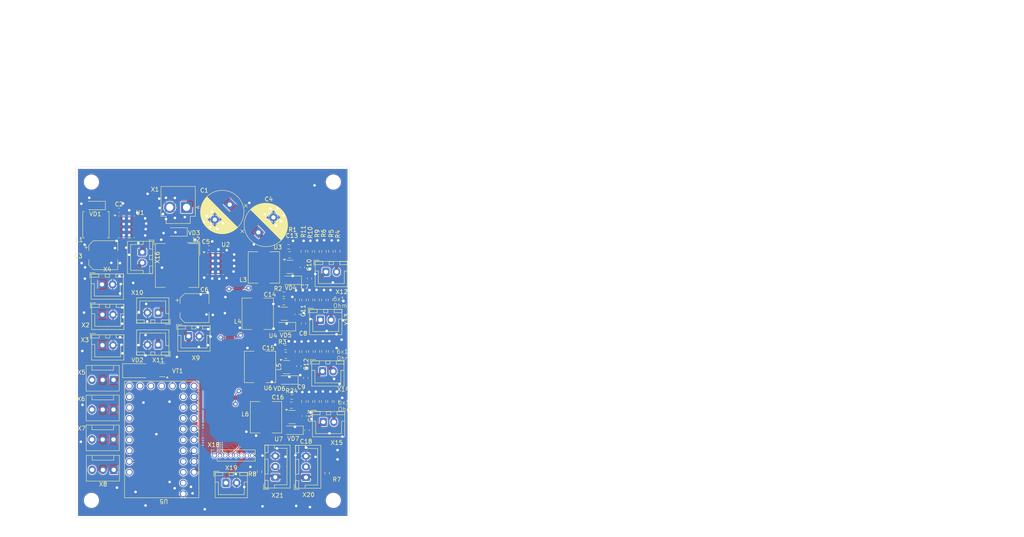
<source format=kicad_pcb>
(kicad_pcb (version 20240108) (generator "pcbnew") (generator_version "8.0")
  (layers (0 "F.Cu" signal) (31 "B.Cu" signal) (34 "B.Paste" user) (35 "F.Paste" user) (36 "B.SilkS" user "B.Silkscreen") (37 "F.SilkS" user "F.Silkscreen") (38 "B.Mask" user) (39 "F.Mask" user) (44 "Edge.Cuts" user))
  (net 0 "")
  (net 1 "GND")
  (net 2 "VPP")
  (net 3 "+12V")
  (net 4 "Net-(U1-OUT)")
  (net 7 "+5V")
  (net 8 "Net-(U2-OUT)")
  (net 9 "LEDS1")
  (net 10 "LEDS2")
  (net 11 "LEDS3")
  (net 12 "LEDS4")
  (net 13 "LEDS5")
  (net 14 "LEDS6")
  (net 15 "therm1")
  (net 16 "+3.3V")
  (net 17 "therm2")
  (net 18 "FAN")
  (net 19 "STROBE_INPUT")
  (net 37 "Net-(VD2-A)")
  (net 42 "Net-(VD4-K)")
  (net 43 "Net-(VD5-K)")
  (net 44 "Net-(VD6-K)")
  (net 45 "Net-(U3-COMP)")
  (net 46 "Net-(U4-COMP)")
  (net 47 "Net-(U6-COMP)")
  (net 48 "Net-(U3-SW)")
  (net 49 "Net-(U4-SW)")
  (net 50 "Net-(U6-SW)")
  (net 51 "Net-(U3-FB)")
  (net 52 "Net-(U4-FB)")
  (net 53 "Net-(U6-FB)")
  (net 54 "Net-(U7-COMP)")
  (net 55 "Net-(VD7-K)")
  (net 56 "Net-(U7-SW)")
  (net 57 "Net-(U7-FB)")
  (footprint "Package_TO_SOT_SMD:SOT-23" (layer "F.Cu") (at 48.7 70.3125 180)
    (property "Reference" "VT1")
    (property "Value" "AO3400A")
  )
  (footprint "Connector_JST:JST_XH_B2B-XH-A_1x02_P2.50mm_Vertical" (layer "F.Cu") (at 86.625 82.5175)
    (property "Reference" "X15")
    (property "Value" "Conn_01x02")
  )
  (footprint "my8lib:RP2040Zero" (layer "F.Cu") (at 48.55 86.75 180)
    (property "Reference" "U5")
    (property "Value" "~")
  )
  (footprint "Resistor_SMD:R_0603_1608Metric_Pad0.98x0.95mm_HandSolder" (layer "F.Cu") (at 85.125 42.342501 -90)
    (property "Reference" "R9")
    (property "Value" "1 Ohm")
  )
  (footprint "Package_TO_SOT_SMD:SOT-23-6" (layer "F.Cu") (at 77.495 57.022501)
    (property "Reference" "U4")
    (property "Value" "TPS61165DBV")
  )
  (footprint "Capacitor_SMD:C_0603_1608Metric_Pad1.08x0.95mm_HandSolder" (layer "F.Cu") (at 81.975 59.3075 90)
    (property "Reference" "C8")
    (property "Value" "1u")
  )
  (footprint "Resistor_SMD:R_0603_1608Metric_Pad0.98x0.95mm_HandSolder" (layer "F.Cu") (at 83.625 77.7075 -90)
    (property "Reference" "R29" (hide yes))
    (property "Value" "1 Ohm")
  )
  (footprint "Connector:FanPinHeader_1x03_P2.54mm_Vertical" (layer "F.Cu") (at 37.2 79.6 180)
    (property "Reference" "X6")
    (property "Value" "Fan_3pin")
  )
  (footprint "Diode_SMD:D_SOD-123" (layer "F.Cu") (at 79.145 49.142501 180)
    (property "Reference" "VD4")
    (property "Value" "CDBA3100-HF")
  )
  (footprint "Connector_JST:JST_XH_B3B-XH-A_1x03_P2.50mm_Vertical" (layer "F.Cu") (at 75.32 95.53 90)
    (property "Reference" "X21")
    (property "Value" "Conn_01x03")
  )
  (footprint "Diode_SMD:D_SOD-123" (layer "F.Cu") (at 52.2075 37.755 180)
    (property "Reference" "VD3")
    (property "Value" "CDBA3100-HF")
  )
  (footprint "Resistor_SMD:R_0603_1608Metric_Pad0.98x0.95mm_HandSolder" (layer "F.Cu") (at 83.655 53.7375 -90)
    (property "Reference" "R17" (hide yes))
    (property "Value" "1 Ohm")
  )
  (footprint "Resistor_SMD:R_0603_1608Metric_Pad0.98x0.95mm_HandSolder" (layer "F.Cu") (at 82.115 65.9525 -90)
    (property "Reference" "R22" (hide yes))
    (property "Value" "1 Ohm")
  )
  (footprint "Inductor_SMD:L_7.3x7.3_H4.5" (layer "F.Cu") (at 71.725 69.552501 -90)
    (property "Reference" "L5")
    (property "Value" "22uH")
  )
  (footprint "Package_TO_SOT_SMD:SOT-23-6" (layer "F.Cu") (at 78.775 45.990001)
    (property "Reference" "U3")
    (property "Value" "TPS61165DBV")
  )
  (footprint "Resistor_SMD:R_0603_1608Metric_Pad0.98x0.95mm_HandSolder" (layer "F.Cu") (at 88.385001 65.902501 -90)
    (property "Reference" "R18" (hide yes))
    (property "Value" "1 Ohm")
  )
  (footprint "Resistor_SMD:R_0603_1608Metric_Pad0.98x0.95mm_HandSolder" (layer "F.Cu") (at 85.275 65.902502 -90)
    (property "Reference" "R20" (hide yes))
    (property "Value" "1 Ohm")
  )
  (footprint "MountingHole:MountingHole_3.2mm_M3" (layer "F.Cu") (at 89 101)
    (property "Reference" "REF**" (hide yes))
    (property "Value" "MountingHole_3.2mm_M3" (hide yes))
  )
  (footprint "Capacitor_SMD:C_0603_1608Metric_Pad1.08x0.95mm_HandSolder" (layer "F.Cu") (at 80.865 69.3775 -90)
    (property "Reference" "C12")
    (property "Value" "0.22 uF")
  )
  (footprint "Capacitor_SMD:C_0805_2012Metric_Pad1.18x1.45mm_HandSolder" (layer "F.Cu") (at 77.805 66.812501)
    (property "Reference" "C15")
    (property "Value" "4u7")
  )
  (footprint "Resistor_SMD:R_0603_1608Metric_Pad0.98x0.95mm_HandSolder" (layer "F.Cu") (at 85.155 77.6975 -90)
    (property "Reference" "R28" (hide yes))
    (property "Value" "1 Ohm")
  )
  (footprint "Inductor_SMD:L_Bourns_SRP1050WA" (layer "F.Cu") (at 52.18 45.655 -90)
    (property "Reference" "L2")
    (property "Value" "68uH")
  )
  (footprint "Capacitor_SMD:C_0603_1608Metric_Pad1.08x0.95mm_HandSolder" (layer "F.Cu") (at 83.385 48.7175 90)
    (property "Reference" "C7")
    (property "Value" "1u")
  )
  (footprint "Capacitor_SMD:C_0805_2012Metric_Pad1.18x1.45mm_HandSolder" (layer "F.Cu") (at 79.105 78.5675)
    (property "Reference" "C16")
    (property "Value" "4u7")
  )
  (footprint "Connector_JST:JST_XH_B2B-XH-A_1x02_P2.50mm_Vertical" (layer "F.Cu") (at 34.49 50.11)
    (property "Reference" "X4")
    (property "Value" "Conn_01x02")
  )
  (footprint "Connector_JST:JST_XH_B2B-XH-A_1x02_P2.50mm_Vertical" (layer "F.Cu") (at 43.985 42.51 -90)
    (property "Reference" "X16")
    (property "Value" "Conn_01x02")
  )
  (footprint "Inductor_SMD:L_7.3x7.3_H4.5" (layer "F.Cu") (at 73.135 81.4175 -90)
    (property "Reference" "L6")
    (property "Value" "22uH")
  )
  (footprint "Connector_JST:JST_XH_B3B-XH-A_1x03_P2.50mm_Vertical" (layer "F.Cu") (at 82.545 95.58 90)
    (property "Reference" "X20")
    (property "Value" "Conn_01x03")
  )
  (footprint "Connector_JST:JST_XH_B2B-XH-A_1x02_P2.50mm_Vertical" (layer "F.Cu") (at 86.455 70.572501)
    (property "Reference" "X14")
    (property "Value" "Conn_01x02")
  )
  (footprint "Resistor_SMD:R_0603_1608Metric_Pad0.98x0.95mm_HandSolder" (layer "F.Cu") (at 86.684999 77.6975 -90)
    (property "Reference" "R27" (hide yes))
    (property "Value" "1 Ohm")
  )
  (footprint "MountingHole:MountingHole_3.2mm_M3" (layer "F.Cu") (at 32 101)
    (property "Reference" "REF**" (hide yes))
    (property "Value" "MountingHole_3.2mm_M3" (hide yes))
  )
  (footprint "Inductor_SMD:L_TDK_VLS6045EX_VLS6045AF" (layer "F.Cu") (at 33.05 36.05 -90)
    (property "Reference" "L1")
    (property "Value" "150uH")
  )
  (footprint "Capacitor_THT:CP_Radial_D10.0mm_P5.00mm" (layer "F.Cu") (at 71.337221 37.860496 45)
    (property "Reference" "C4")
    (property "Value" "470uF")
  )
  (footprint "Capacitor_SMD:CP_Elec_6.3x7.7" (layer "F.Cu") (at 56.29 55.69)
    (property "Reference" "C6")
    (property "Value" "180uF")
  )
  (footprint "Resistor_SMD:R_0603_1608Metric_Pad0.98x0.95mm_HandSolder" (layer "F.Cu") (at 80.515 53.7475 -90)
    (property "Reference" "R15" (hide yes))
    (property "Value" "1 Ohm")
  )
  (footprint "Connector:FanPinHeader_1x03_P2.54mm_Vertical" (layer "F.Cu") (at 37.2 86.65 180)
    (property "Reference" "X7")
    (property "Value" "Fan_3pin")
  )
  (footprint "Connector_JST:JST_XH_B2B-XH-A_1x02_P2.50mm_Vertical" (layer "F.Cu") (at 34.59 64.435)
    (property "Reference" "X3")
    (property "Value" "Conn_01x02")
  )
  (footprint "Resistor_SMD:R_0603_1608Metric_Pad0.98x0.95mm_HandSolder" (layer "F.Cu") (at 79.205 76.6275)
    (property "Reference" "R24")
    (property "Value" "10k")
  )
  (footprint "Capacitor_SMD:C_0603_1608Metric_Pad1.08x0.95mm_HandSolder" (layer "F.Cu") (at 81.715 46.0875 -90)
    (property "Reference" "C10")
    (property "Value" "0.22 uF")
  )
  (footprint "Diode_SMD:D_SOD-123" (layer "F.Cu") (at 77.7825 60.072501 180)
    (property "Reference" "VD5")
    (property "Value" "CDBA3100-HF")
  )
  (footprint "Resistor_SMD:R_0603_1608Metric_Pad0.98x0.95mm_HandSolder" (layer "F.Cu") (at 80.525 65.952501 -90)
    (property "Reference" "R23" (hide yes))
    (property "Value" "1 Ohm")
  )
  (footprint "Connector_PinSocket_1.27mm:PinSocket_1x08_P1.27mm_Vertical" (layer "F.Cu") (at 61 90.425 90)
    (property "Reference" "X18")
    (property "Value" "Objective")
  )
  (footprint "Resistor_SMD:R_0603_1608Metric_Pad0.98x0.95mm_HandSolder" (layer "F.Cu") (at 89.675 77.6975 -90)
    (property "Reference" "R25" (hide yes))
    (property "Value" "1 Ohm")
  )
  (footprint "Package_TO_SOT_SMD:SOT-23-6" (layer "F.Cu") (at 79.265 81.3575)
    (property "Reference" "U7")
    (property "Value" "TPS61165DBV")
  )
  (footprint "Resistor_SMD:R_0603_1608Metric_Pad0.98x0.95mm_HandSolder" (layer "F.Cu") (at 88.415 42.302501 -90)
    (property "Reference" "R5")
    (property "Value" "1 Ohm")
  )
  (footprint "Resistor_SMD:R_0603_1608Metric_Pad0.98x0.95mm_HandSolder" (layer "F.Cu") (at 88.205 77.6975 -90)
    (property "Reference" "R26" (hide yes))
    (property "Value" "1 Ohm")
  )
  (footprint "Package_SO:SOIC-8-1EP_3.9x4.9mm_P1.27mm_EP2.95x4.9mm_Mask2.71x3.4mm_ThermalVias" (layer "F.Cu") (at 40.25 36.55)
    (property "Reference" "U1")
    (property "Value" "XL1509-12")
  )
  (footprint "Connector:FanPinHeader_1x03_P2.54mm_Vertical" (layer "F.Cu") (at 37.25 93.8 180)
    (property "Reference" "X8")
    (property "Value" "Fan_3pin")
  )
  (footprint "Connector_JST:JST_XH_B2B-XH-A_1x02_P2.50mm_Vertical" (layer "F.Cu") (at 63.7 96.875)
    (property "Reference" "X19")
    (property "Value" "Conn_01x02")
  )
  (footprint "Connector_JST:JST_VH_B2P-VH-B_1x02_P3.96mm_Vertical" (layer "F.Cu") (at 54.41 31.950002 180)
    (property "Reference" "X1")
    (property "Value" "Conn_01x02" (hide yes))
  )
  (footprint "Capacitor_SMD:C_0603_1608Metric_Pad1.08x0.95mm_HandSolder" (layer "F.Cu") (at 59.68 41.505)
    (property "Reference" "C5")
    (property "Value" "1u")
  )
  (footprint "Package_TO_SOT_SMD:SOT-23-6" (layer "F.Cu") (at 77.965 69.610001)
    (property "Reference" "U6")
    (property "Value" "TPS61165DBV")
  )
  (footprint "Connector_JST:JST_XH_B2B-XH-A_1x02_P2.50mm_Vertical" (layer "F.Cu") (at 54.9 62.325)
    (property "Reference" "X9")
    (property "Value" "Conn_01x02" (hide yes))
  )
  (footprint "Resistor_SMD:R_0603_1608Metric_Pad0.98x0.95mm_HandSolder" (layer "F.Cu") (at 86.825 65.892501 -90)
    (property "Reference" "R19" (hide yes))
    (property "Value" "1 Ohm")
  )
  (footprint "Inductor_SMD:L_7.3x7.3_H4.5" (layer "F.Cu") (at 72.635 46.112501 -90)
    (property "Reference" "L3")
    (property "Value" "22uH")
  )
  (footprint "Resistor_SMD:R_0603_1608Metric_Pad0.98x0.95mm_HandSolder" (layer "F.Cu") (at 88.315 53.7375 -90)
    (property "Reference" "R12" (hide yes))
    (property "Value" "1 Ohm")
  )
  (footprint "Inductor_SMD:L_7.3x7.3_H4.5" (layer "F.Cu") (at 71.185 57.032501 -90)
    (property "Reference" "L4")
    (property "Value" "22uH")
  )
  (footprint "Capacitor_SMD:C_0603_1608Metric_Pad1.08x0.95mm_HandSolder" (layer "F.Cu") (at 82.175 81.1175 -90)
    (property "Reference" "C17")
    (property "Value" "0.22 uF")
  )
  (footprint "MountingHole:MountingHole_3.2mm_M3" (layer "F.Cu") (at 89 26)
    (property "Reference" "REF**" (hide yes))
    (property "Value" "MountingHole_3.2mm_M3" (hide yes))
  )
  (footprint "Resistor_SMD:R_0603_1608Metric_Pad0.98x0.95mm_HandSolder" (layer "F.Cu") (at 78.455 41.242501)
    (property "Reference" "R1")
    (property "Value" "10k")
  )
  (footprint "Capacitor_SMD:C_0805_2012Metric_Pad1.18x1.45mm_HandSolder" (layer "F.Cu") (at 77.295 54.212501)
    (property "Reference" "C14")
    (property "Value" "4u7")
  )
  (footprint "Resistor_SMD:R_0603_1608Metric_Pad0.98x0.95mm_HandSolder" (layer "F.Cu") (at 82.045 77.6975 -90)
    (property "Reference" "R30" (hide yes))
    (property "Value" "1 Ohm")
  )
  (footprint "Capacitor_THT:CP_Radial_D10.0mm_P5.00mm" (layer "F.Cu") (at 64.59 31.3 -135)
    (property "Reference" "C1")
    (property "Value" "470uF")
  )
  (footprint "Diode_SMD:D_SOD-123" (layer "F.Cu") (at 32.9175 31.52 180)
    (property "Reference" "VD1")
    (property "Value" "CDBA3100-HF")
  )
  (footprint "Capacitor_SMD:CP_Elec_6.3x7.7" (layer "F.Cu") (at 34.8 43.23)
    (property "Reference" "C3")
    (property "Value" "180uF")
  )
  (footprint "Resistor_SMD:R_0603_1608Metric_Pad0.98x0.95mm_HandSolder" (layer "F.Cu") (at 85.155 53.7575 -90)
    (property "Reference" "R14" (hide yes))
    (property "Value" "1 Ohm")
  )
  (footprint "Connector_JST:JST_XH_B2B-XH-A_1x02_P2.50mm_Vertical" (layer "F.Cu") (at 47.7 56.775 180)
    (property "Reference" "X10")
    (property "Value" "Conn_01x02")
  )
  (footprint "Resistor_SMD:R_0603_1608Metric_Pad0.98x0.95mm_HandSolder" (layer "F.Cu") (at 86.735 53.7575 -90)
    (property "Reference" "R13" (hide yes))
    (property "Value" "1 Ohm")
  )
  (footprint "Connector_JST:JST_XH_B2B-XH-A_1x02_P2.50mm_Vertical" (layer "F.Cu") (at 87.265 47.152501)
    (property "Reference" "X12")
    (property "Value" "Conn_01x02")
  )
  (footprint "Capacitor_SMD:C_0603_1608Metric_Pad1.08x0.95mm_HandSolder" (layer "F.Cu") (at 82.805 84.4575 90)
    (property "Reference" "C18")
    (property "Value" "1u")
  )
  (footprint "Resistor_SMD:R_0603_1608Metric_Pad0.98x0.95mm_HandSolder" (layer "F.Cu") (at 81.925 42.302501 -90)
    (property "Reference" "R11")
    (property "Value" "1 Ohm")
  )
  (footprint "Diode_SMD:D_SOD-123" (layer "F.Cu") (at 78.335 72.632501 180)
    (property "Reference" "VD6")
    (property "Value" "CDBA3100-HF")
  )
  (footprint "Resistor_SMD:R_0603_1608Metric_Pad0.98x0.95mm_HandSolder" (layer "F.Cu") (at 86.765 42.322501 -90)
    (property "Reference" "R6")
    (property "Value" "1 Ohm")
  )
  (footprint "Capacitor_SMD:C_0805_2012Metric_Pad1.18x1.45mm_HandSolder" (layer "F.Cu") (at 78.695 43.152501)
    (property "Reference" "C13")
    (property "Value" "4u7")
  )
  (footprint "Capacitor_SMD:C_0603_1608Metric_Pad1.08x0.95mm_HandSolder" (layer "F.Cu") (at 82.495 72.1475 90)
    (property "Reference" "C9")
    (property "Value" "1u")
  )
  (footprint "Resistor_SMD:R_0603_1608Metric_Pad0.98x0.95mm_HandSolder" (layer "F.Cu") (at 77.705 64.962501)
    (property "Reference" "R3")
    (property "Value" "10k")
  )
  (footprint "Resistor_SMD:R_0603_1608Metric_Pad0.98x0.95mm_HandSolder" (layer "F.Cu") (at 83.515 42.322501 -90)
    (property "Reference" "R10")
    (property "Value" "1 Ohm")
  )
  (footprint "Package_SO:SOIC-8-1EP_3.9x4.9mm_P1.27mm_EP2.95x4.9mm_Mask2.71x3.4mm_ThermalVias" (layer "F.Cu") (at 61.23 45.205)
    (property "Reference" "U2")
    (property "Value" "XL1509-05")
  )
  (footprint "Resistor_SMD:R_0603_1608Metric_Pad0.98x0.95mm_HandSolder" (layer "F.Cu") (at 87.545 94.58 90)
    (property "Reference" "R7")
    (property "Value" "4k7")
  )
  (footprint "Resistor_SMD:R_0603_1608Metric_Pad0.98x0.95mm_HandSolder" (layer "F.Cu") (at 90.025 42.302501 -90)
    (property "Reference" "R4")
    (property "Value" "1 Ohm")
  )
  (footprint "MountingHole:MountingHole_3.2mm_M3" (layer "F.Cu") (at 32 26)
    (property "Reference" "REF**" (hide yes))
    (property "Value" "MountingHole_3.2mm_M3" (hide yes))
  )
  (footprint "Connector_JST:JST_XH_B2B-XH-A_1x02_P2.50mm_Vertical" (layer "F.Cu") (at 85.955 58.4575)
    (property "Reference" "X13")
    (property "Value" "Conn_01x02")
  )
  (footprint "Capacitor_SMD:C_0603_1608Metric_Pad1.08x0.95mm_HandSolder" (layer "F.Cu") (at 38.5 32.65)
    (property "Reference" "C2")
    (property "Value" "1u")
  )
  (footprint "Resistor_SMD:R_0603_1608Metric_Pad0.98x0.95mm_HandSolder" (layer "F.Cu") (at 77.335 52.422501)
    (property "Reference" "R2")
    (property "Value" "10k")
  )
  (footprint "Resistor_SMD:R_0603_1608Metric_Pad0.98x0.95mm_HandSolder" (layer "F.Cu") (at 83.705 65.932501 -90)
    (property "Reference" "R21" (hide yes))
    (property "Value" "1 Ohm")
  )
  (footprint "Diode_SMD:D_SOD-123" (layer "F.Cu") (at 79.5425 84.4675 180)
    (property "Reference" "VD7")
    (property "Value" "CDBA3100-HF")
  )
  (footprint "Connector_JST:JST_XH_B2B-XH-A_1x02_P2.50mm_Vertical" (layer "F.Cu") (at 47.7 64.325 180)
    (property "Reference" "X11")
    (property "Value" "Conn_01x02")
  )
  (footprint "Diode_SMD:D_SMA" (layer "F.Cu") (at 42.85 70.45)
    (property "Reference" "VD2")
    (property "Value" "CDBA3100-HF")
  )
  (footprint "Connector_JST:JST_XH_B2B-XH-A_1x02_P2.50mm_Vertical" (layer "F.Cu") (at 34.59 57.235)
    (property "Reference" "X2")
    (property "Value" "Conn_01x02" (hide yes))
  )
  (footprint "Resistor_SMD:R_0603_1608Metric_Pad0.98x0.95mm_HandSolder" (layer "F.Cu") (at 82.085 53.7475 -90)
    (property "Reference" "R16" (hide yes))
    (property "Value" "1 Ohm")
  )
  (footprint "Capacitor_SMD:C_0603_1608Metric_Pad1.08x0.95mm_HandSolder" (layer "F.Cu") (at 80.465 57.1475 -90)
    (property "Reference" "C11")
    (property "Value" "0.22 uF")
  )
  (footprint "Resistor_SMD:R_0603_1608Metric_Pad0.98x0.95mm_HandSolder" (layer "F.Cu") (at 71.61 94.24 90)
    (property "Reference" "R8")
    (property "Value" "4k7")
  )
  (footprint "Connector:FanPinHeader_1x03_P2.54mm_Vertical" (layer "F.Cu") (at 37.2 72.6 180)
    (property "Reference" "X5")
    (property "Value" "Fan_3pin")
  )
  (gr_rect (start 28.35 22.41) (end 92.82 105.15) (stroke (width 0.05)) (fill none) (layer "Edge.Cuts"))
  (gr_text "6x1\nOhm" (at 89.705 68.1225 0) (layer "F.SilkS") (effects (font (size 1 1) (thickness 0.1)) (justify left bottom)))
  (gr_text "6x1\nOhm" (at 88.89 55.73 0) (layer "F.SilkS") (effects (font (size 1 1) (thickness 0.1)) (justify left bottom)))
  (gr_text "6x1\nOhm" (at 90.03 80.12 0) (layer "F.SilkS") (effects (font (size 1 1) (thickness 0.1)) (justify left bottom)))
  (segment (start 43.54 35.85) (end 43.45 35.85) (width 0.3) (layer "F.Cu") (net 1))
  (segment (start 44.79 37.1) (end 43.54 35.85) (width 0.3) (layer "F.Cu") (net 1))
  (via (at 58.7 103.1) (size 1.1) (drill 0.6) (layers "F.Cu" "B.Cu") (net 1))
  (via (at 86.535 63.4975) (size 1.1) (drill 0.6) (layers "F.Cu" "B.Cu") (net 1))
  (via (at 58.58 48.515) (size 1.1) (drill 0.6) (layers "F.Cu" "B.Cu") (net 1))
  (via (at 56.47 39.55) (size 1.1) (drill 0.6) (layers "F.Cu" "B.Cu") (net 1))
  (via (at 29.5 87.2) (size 1.1) (drill 0.6) (layers "F.Cu" "B.Cu") (net 1))
  (via (at 37.55 41.55) (size 1.1) (drill 0.6) (layers "F.Cu" "B.Cu") (net 1))
  (via (at 85.175 39.7475) (size 1.1) (drill 0.6) (layers "F.Cu" "B.Cu") (net 1))
  (via (at 74.92 60.53) (size 1.1) (drill 0.6) (layers "F.Cu" "B.Cu") (net 1))
  (via (at 47.3 85.4) (size 1.1) (drill 0.6) (layers "F.Cu" "B.Cu") (net 1))
  (via (at 83.84 81.8) (size 1.1) (drill 0.6) (layers "F.Cu" "B.Cu") (net 1))
  (via (at 49.572505 34.73007) (size 1.1) (drill 0.6) (layers "F.Cu" "B.Cu") (net 1))
  (via (at 63.44 56.88) (size 1.1) (drill 0.6) (layers "F.Cu" "B.Cu") (net 1))
  (via (at 79.33 53.05) (size 1.1) (drill 0.6) (layers "F.Cu" "B.Cu") (net 1))
  (via (at 69.21 30.91) (size 1.1) (drill 0.6) (layers "F.Cu" "B.Cu") (net 1))
  (via (at 79.195 75.4775) (size 1.1) (drill 0.6) (layers "F.Cu" "B.Cu") (net 1))
  (via (at 44.751577 62.04109) (size 1.1) (drill 0.6) (layers "F.Cu" "B.Cu") (net 1))
  (via (at 66 94.8) (size 1.1) (drill 0.6) (layers "F.Cu" "B.Cu") (net 1))
  (via (at 75.875204 32.261852) (size 1.1) (drill 0.6) (layers "F.Cu" "B.Cu") (net 1))
  (via (at 81.795 51.5175) (size 1.1) (drill 0.6) (layers "F.Cu" "B.Cu") (net 1))
  (via (at 50.43 96.67) (size 1.1) (drill 0.6) (layers "F.Cu" "B.Cu") (net 1))
  (via (at 77.73 90.71) (size 1.1) (drill 0.6) (layers "F.Cu" "B.Cu") (net 1))
  (via (at 61.91 41.87) (size 1.1) (drill 0.6) (layers "F.Cu" "B.Cu") (net 1))
  (via (at 83.59 58.29) (size 1.1) (drill 0.6) (layers "F.Cu" "B.Cu") (net 1))
  (via (at 77.324773 33.852843) (size 1.1) (drill 0.6) (layers "F.Cu" "B.Cu") (net 1))
  (via (at 60.334859 33.009555) (size 1.1) (drill 0.6) (layers "F.Cu" "B.Cu") (net 1))
  (via (at 55.83 99.34) (size 1.1) (drill 0.6) (layers "F.Cu" "B.Cu") (net 1))
  (via (at 51.61 98.15) (size 1.1) (drill 0.6) (layers "F.Cu" "B.Cu") (net 1))
  (via (at 58.496382 35.413718) (size 1.1) (drill 0.6) (layers "F.Cu" "B.Cu") (net 1))
  (via (at 82.02 56.84) (size 1.1) (drill 0.6) (layers "F.Cu" "B.Cu") (net 1))
  (via (at 48.06 32.100002) (size 1.1) (drill 0.6) (layers "F.Cu" "B.Cu") (net 1))
  (via (at 59.998984 36.598121) (size 1.1) (drill 0.6) (layers "F.Cu" "B.Cu") (net 1))
  (via (at 59.4 52) (size 1.1) (drill 0.6) (layers "F.Cu" "B.Cu") (net 1))
  (via (at 90.135 39.7475) (size 1.1) (drill 0.6) (layers "F.Cu" "B.Cu") (net 1))
  (via (at 29.63 31.1) (size 1.1) (drill 0.6) (layers "F.Cu" "B.Cu") (net 1))
  (via (at 30.45 48.75) (size 1.1) (drill 0.6) (layers "F.Cu" "B.Cu") (net 1))
  (via (at 88.095 85.2075) (size 1.1) (drill 0.6) (layers "F.Cu" "B.Cu") (net 1))
  (via (at 39.3 66.35) (size 1.1) (drill 0.6) (layers "F.Cu" "B.Cu") (net 1))
  (via (at 76.653021 35.231701) (size 1.1) (drill 0.6) (layers "F.Cu" "B.Cu") (net 1))
  (via (at 83.105 63.4975) (size 1.1) (drill 0.6) (layers "F.Cu" "B.Cu") (net 1))
  (via (at 84.865 75.3775) (size 1.1) (drill 0.6) (layers "F.Cu" "B.Cu") (net 1))
  (via (at 83.6 80.3) (size 1.1) (drill 0.6) (layers "F.Cu" "B.Cu") (net 1))
  (via (at 44.75 102.2) (size 1.1) (drill 0.6) (layers "F.Cu" "B.Cu") (net 1))
  (via (at 70.805 85.7475) (size 1.1) (drill 0.6) (layers "F.Cu" "B.Cu") (net 1))
  (via (at 88.335 51.4375) (size 1.1) (drill 0.6) (layers "F.Cu" "B.Cu") (net 1))
  (via (at 54 34.25) (size 1.1) (drill 0.6) (layers "F.Cu" "B.Cu") (net 1))
  (via (at 42.4 99) (size 1.1) (drill 0.6) (layers "F.Cu" "B.Cu") (net 1))
  (via (at 81.197162 71.482501) (size 1.1) (drill 0.6) (layers "F.Cu" "B.Cu") (net 1))
  (via (at 80.07 90.35) (size 1.1) (drill 0.6) (layers "F.Cu" "B.Cu") (net 1))
  (via (at 88.89 49.67) (size 1.1) (drill 0.6) (layers "F.Cu" "B.Cu") (net 1))
  (via (at 65.63 43.065) (size 1.1) (drill 0.6) (layers "F.Cu" "B.Cu") (net 1))
  (via (at 91.37 54.04) (size 1.1) (drill 0.6) (layers "F.Cu" "B.Cu") (net 1))
  (via (at 65.63 45.785) (size 1.1) (drill 0.6) (layers "F.Cu" "B.Cu") (net 1))
  (via (at 83.375 51.4375) (size 1.1) (drill 0.6) (layers "F.Cu" "B.Cu") (net 1))
  (via (at 44.79 37.1) (size 1.1) (drill 0.6) (layers "F.Cu" "B.Cu") (net 1))
  (via (at 48.99 38.01) (size 1.1) (drill 0.6) (layers "F.Cu" "B.Cu") (net 1))
  (via (at 59.5 60.65) (size 1.1) (drill 0.6) (layers "F.Cu" "B.Cu") (net 1))
  (via (at 51.79 37.84) (size 1.1) (drill 0.6) (layers "F.Cu" "B.Cu") (net 1))
  (via (at 91.275 58.5775) (size 1.1) (drill 0.6) (layers "F.Cu" "B.Cu") (net 1))
  (via (at 59.168133 34.034859) (size 1.1) (drill 0.6) (layers "F.Cu" "B.Cu") (net 1))
  (via (at 62.13 48.795) (size 1.1) (drill 0.6) (layers "F.Cu" "B.Cu") (net 1))
  (via (at 91.09 76.83) (size 1.1) (drill 0.6) (layers "F.Cu" "B.Cu") (net 1))
  (via (at 44.9 35.78) (size 1.1) (drill 0.6) (layers "F.Cu" "B.Cu") (net 1))
  (via (at 81.525 63.5775) (size 1.1) (drill 0.6) (layers "F.Cu" "B.Cu") (net 1))
  (via (at 48.43 39.57) (size 1.1) (drill 0.6) (layers "F.Cu" "B.Cu") (net 1))
  (via (at 74.87 54.72) (size 1.1) (drill 0.6) (layers "F.Cu" "B.Cu") (net 1))
  (via (at 40.89 43.13) (size 1.1) (drill 0.6) (layers "F.Cu" "B.Cu") (net 1))
  (via (at 38.75 62.55) (size 1.1) (drill 0.6) (layers "F.Cu" "B.Cu") (net 1))
  (via (at 44.25 77.95) (size 1.1) (drill 0.6) (layers "F.Cu" "B.Cu") (net 1))
  (via (at 60.47 39.975) (size 1.1) (drill 0.6) (layers "F.Cu" "B.Cu") (net 1))
  (via (at 79.96 83.66) (size 1.1) (drill 0.6) (layers "F.Cu" "B.Cu") (net 1))
  (via (at 65.58 44.445) (size 1.1) (drill 0.6) (layers "F.Cu" "B.Cu") (net 1))
  (via (at 82.63 69.76) (size 1.1) (drill 0.6) (layers "F.Cu" "B.Cu") (net 1))
  (via (at 52.15 67.2) (size 1.1) (drill 0.6) (layers "F.Cu" "B.Cu") (net 1))
  (via (at 63.82 48.615) (size 1.1) (drill 0.6) (layers "F.Cu" "B.Cu") (net 1))
  (via (at 83.285 75.4575) (size 1.1) (drill 0.6) (layers "F.Cu" "B.Cu") (net 1))
  (via (at 69.45 93.1) (size 1.1) (drill 0.6) (layers "F.Cu" "B.Cu") (net 1))
  (via (at 29.85 65.8) (size 1.1) (drill 0.6) (layers "F.Cu" "B.Cu") (net 1))
  (via (at 31.48 29.71) (size 1.1) (drill 0.6) (layers "F.Cu" "B.Cu") (net 1))
  (via (at 70.27 40.7) (size 1.1) (drill 0.6) (layers "F.Cu" "B.Cu") (net 1))
  (via (at 81.695 75.4775) (size 1.1) (drill 0.6) (layers "F.Cu" "B.Cu") (net 1))
  (via (at 44.9 54.7) (size 1.1) (drill 0.6) (layers "F.Cu" "B.Cu") (net 1))
  (via (at 51.66 34.449998) (size 1.1) (drill 0.6) (layers "F.Cu" "B.Cu") (net 1))
  (via (at 43.05 64.4) (size 1.1) (drill 0.6) (layers "F.Cu" "B.Cu") (net 1))
  (via (at 38.9 50.05) (size 1.1) (drill 0.6) (layers "F.Cu" "B.Cu") (net 1))
  (via (at 86.525 75.3275) (size 1.1) (drill 0.6) (layers "F.Cu" "B.Cu") (net 1))
  (via (at 39.43 31.04) (size 1.1) (drill 0.6) (layers "F.Cu" "B.Cu") (net 1))
  (via (at 87.42 61.08) (size 1.1) (drill 0.6) (layers "F.Cu" "B.Cu") (net 1))
  (via (at 84.57 26.78) (size 1.1) (drill 0.6) (layers "F.Cu" "B.Cu") (net 1))
  (via (at 75.7 88.75) (size 1.1) (drill 0.6) (layers "F.Cu" "B.Cu") (net 1))
  (via (at 89.99 91.34) (size 1.1) (drill 0.6) (layers "F.Cu" "B.Cu") (net 1))
  (via (at 41.84 49.75) (size 1.1) (drill 0.6) (layers "F.Cu" "B.Cu") (net 1))
  (via (at 48.63 46.155) (size 1.1) (drill 0.6) (layers "F.Cu" "B.Cu") (net 1))
  (via (at 75.31 64.33) (size 1.1) (drill 0.6) (layers "F.Cu" "B.Cu") (net 1))
  (via (at 39.5 57.8) (size 1.1) (drill 0.6) (layers "F.Cu" "B.Cu") (net 1))
  (via (at 91.125 85.9775) (size 1.1) (drill 0.6) (layers "F.Cu" "B.Cu") (net 1))
  (via (at 84.765 63.4475) (size 1.1) (drill 0.6) (layers "F.Cu" "B.Cu") (net 1))
  (via (at 90.95 63.13) (size 1.1) (drill 0.6) (layers "F.Cu" "B.Cu") (net 1))
  (via (at 79.935 63.5975) (size 1.1) (drill 0.6) (layers "F.Cu" "B.Cu") (net 1))
  (via (at 63.88 42.055) (size 1.1) (drill 0.6) (layers "F.Cu" "B.Cu") (net 1))
  (via (at 36.68 45.04) (size 1.1) (drill 0.6) (layers "F.Cu" "B.Cu") (net 1))
  (via (at 57.1 60.2) (size 1.1) (drill 0.6) (layers "F.Cu" "B.Cu") (net 1))
  (via (at 84.74 47.67) (size 1.1) (drill 0.6) (layers "F.Cu" "B.Cu") (net 1))
  (via (at 38 98) (size 1.1) (drill 0.6) (layers "F.Cu" "B.Cu") (net 1))
  (via (at 90.48 73.58) (size 1.1) (drill 0.6) (layers "F.Cu" "B.Cu") (net 1))
  (via (at 84.81 90.74) (size 1.1) (drill 0.6) (layers "F.Cu" "B.Cu") (net 1))
  (via (at 88.605 39.7475) (size 1.1) (drill 0.6) (layers "F.Cu" "B.Cu") (net 1))
  (via (at 89.77 65.1) (size 1.1) (drill 0.6) (layers "F.Cu" "B.Cu") (net 1))
  (via (at 30.5 46.1) (size 1.1) (drill 0.6) (layers "F.Cu" "B.Cu") (net 1))
  (via (at 68.495 84.8175) (size 1.1) (drill 0.6) (layers "F.Cu" "B.Cu") (net 1))
  (via (at 60.6 57.3) (size 1.1) (drill 0.6) (layers "F.Cu" "B.Cu") (net 1))
  (via (at 72.87 33.57) (size 1.1) (drill 0.6) (layers "F.Cu" "B.Cu") (net 1))
  (via (at 45.23 28.77) (size 1.1) (drill 0.6) (layers "F.Cu" "B.Cu") (net 1))
  (via (at 48.85 33.55) (size 1.1) (drill 0.6) (layers "F.Cu" "B.Cu") (net 1))
  (via (at 38.616256 48.159162) (size 1.1) (drill 0.6) (layers "F.Cu" "B.Cu") (net 1))
  (via (at 39.228306 59.367726) (size 1.1) (drill 0.6) (layers "F.Cu" "B.Cu") (net 1))
  (via (at 44.65 34.55) (size 1.1) (drill 0.6) (layers "F.Cu" "B.Cu") (net 1))
  (via (at 65.49 47.075) (size 1.1) (drill 0.6) (layers "F.Cu" "B.Cu") (net 1))
  (via (at 43.05 40.35) (size 1.1) (drill 0.6) (layers "F.Cu" "B.Cu") (net 1))
  (via (at 63.57 53.09) (size 1.1) (drill 0.6) (layers "F.Cu" "B.Cu") (net 1))
  (via (at 57.75 52.45) (size 1.1) (drill 0.6) (layers "F.Cu" "B.Cu") (net 1))
  (via (at 29.69 45.09) (size 1.1) (drill 0.6) (layers "F.Cu" "B.Cu") (net 1))
  (via (at 59.45 64.45) (size 1.1) (drill 0.6) (layers "F.Cu" "B.Cu") (net 1))
  (via (at 79.43 48.11) (size 1.1) (drill 0.6) (layers "F.Cu" "B.Cu") (net 1))
  (via (at 50.4 77.75) (size 1.1) (drill 0.6) (layers "F.Cu" "B.Cu") (net 1))
  (via (at 74.505 73.0975) (size 1.1) (drill 0.6) (layers "F.Cu" "B.Cu") (net 1))
  (via (at 59.1 57.2) (size 1.1) (drill 0.6) (layers "F.Cu" "B.Cu") (net 1))
  (via (at 82.005 39.8475) (size 1.1) (drill 0.6) (layers "F.Cu" "B.Cu") (net 1))
  (via (at 88.065 63.4975) (size 1.1) (drill 0.6) (layers "F.Cu" "B.Cu") (net 1))
  (via (at 88.295 75.3775) (size 1.1) (drill 0.6) (layers "F.Cu" "B.Cu") (net 1))
  (via (at 89.735 61.8675) (size 1.1) (drill 0.6) (layers "F.Cu" "B.Cu") (net 1))
  (via (at 39.278747 55.559443) (size 1.1) (drill 0.6) (layers "F.Cu" "B.Cu") (net 1))
  (via (at 80.205 51.5375) (size 1.1) (drill 0.6) (layers "F.Cu" "B.Cu") (net 1))
  (via (at 62.951154 35.69656) (size 1.1) (drill 0.6) (layers "F.Cu" "B.Cu") (net 1))
  (via (at 30.25 56.75) (size 1.1) (drill 0.6) (layers "F.Cu" "B.Cu") (net 1))
  (via (at 89.99 89.15) (size 1.1) (drill 0.6) (layers "F.Cu" "B.Cu") (net 1))
  (via (at 45.15 58.85) (size 1.1) (drill 0.6) (layers "F.Cu" "B.Cu") (net 1))
  (via (at 38.75 52.25) (size 1.1) (drill 0.6) (layers "F.Cu" "B.Cu") (net 1))
  (via (at 72.3 90.45) (size 1.1) (drill 0.6) (layers "F.Cu" "B.Cu") (net 1))
  (via (at 68 97.85) (size 1.1) (drill 0.6) (layers "F.Cu" "B.Cu") (net 1))
  (via (at 72.3 102.4) (size 1.1) (drill 0.6) (layers "F.Cu" "B.Cu") (net 1))
  (via (at 68.755 65.0975) (size 1.1) (drill 0.6) (layers "F.Cu" "B.Cu") (net 1))
  (via (at 85.035 51.3875) (size 1.1) (drill 0.6) (layers "F.Cu" "B.Cu") (net 1))
  (via (at 78.65 71.89) (size 1.1) (drill 0.6) (layers "F.Cu" "B.Cu") (net 1))
  (via (at 78 59.34) (size 1.1) (drill 0.6) (layers "F.Cu" "B.Cu") (net 1))
  (via (at 42.81 33.21) (size 1.1) (drill 0.6) (layers "F.Cu" "B.Cu") (net 1))
  (via (at 86.805 51.4375) (size 1.1) (drill 0.6) (layers "F.Cu" "B.Cu") (net 1))
  (via (at 86.835 39.6975) (size 1.1) (drill 0.6) (layers "F.Cu" "B.Cu") (net 1))
  (via (at 55.46 97.81) (size 1.1) (drill 0.6) (layers "F.Cu" "B.Cu") (net 1))
  (via (at 61.643007 37.004708) (size 1.1) (drill 0.6) (layers "F.Cu" "B.Cu") (net 1))
  (via (at 49.56 29.700002) (size 1.1) (drill 0.6) (layers "F.Cu" "B.Cu") (net 1))
  (via (at 66.97 60.33) (size 1.1) (drill 0.6) (layers "F.Cu" "B.Cu") (net 1))
  (via (at 40.2 41.45) (size 1.1) (drill 0.6) (layers "F.Cu" "B.Cu") (net 1))
  (via (at 83.595 39.8275) (size 1.1) (drill 0.6) (layers "F.Cu" "B.Cu") (net 1))
  (via (at 30.4 40.75) (size 1.1) (drill 0.6) (layers "F.Cu" "B.Cu") (net 1))
  (via (at 83.48 102.58) (size 1.1) (drill 0.6) (layers "F.Cu" "B.Cu") (net 1))
  (via (at 79.505 39.8475) (size 1.1) (drill 0.6) (layers "F.Cu" "B.Cu") (net 1))
  (via (at 44.67 38.58) (size 1.1) (drill 0.6) (layers "F.Cu" "B.Cu") (net 1))
  (via (at 74.178148 32.261852) (size 1.1) (drill 0.6) (layers "F.Cu" "B.Cu") (net 1))
  (via (at 37.94 39.85) (size 1.1) (drill 0.6) (layers "F.Cu" "B.Cu") (net 1))
  (via (at 44.75 66.85) (size 1.1) (drill 0.6) (layers "F.Cu" "B.Cu") (net 1))
  (via (at 60.47 48.715) (size 1.1) (drill 0.6) (layers "F.Cu" "B.Cu") (net 1))
  (via (at 47.96 29.900001) (size 1.1) (drill 0.6) (layers "F.Cu" "B.Cu") (net 1))
  (via (at 38.72 45.09) (size 1.1) (drill 0.6) (layers "F.Cu" "B.Cu") (net 1))
  (via (at 78.5 63.51) (size 1.1) (drill 0.6) (layers "F.Cu" "B.Cu") (net 1))
  (via (at 80.25 102.3) (size 1.1) (drill 0.6) (layers "F.Cu" "B.Cu") (net 1))
  (via (at 51.66 29.750001) (size 1.1) (drill 0.6) (layers "F.Cu" "B.Cu") (net 1))
  (via (at 40.9 32.65) (size 1.1) (drill 0.6) (layers "F.Cu" "B.Cu") (net 1))
  (via (at 57.3 64.85) (size 1.1) (drill 0.6) (layers "F.Cu" "B.Cu") (net 1))
  (via (at 89.825 75.3775) (size 1.1) (drill 0.6) (layers "F.Cu" "B.Cu") (net 1))
  (via (at 43.15 56.65) (size 1.1) (drill 0.6) (layers "F.Cu" "B.Cu") (net 1))
  (via (at 83.35 46.42) (size 1.1) (drill 0.6) (layers "F.Cu" "B.Cu") (net 1))
  (via (at 89.175 72.3775) (size 1.1) (drill 0.6) (layers "F.Cu" "B.Cu") (net 1))
  (via (at 29.9 78.5) (size 1.1) (drill 0.6) (layers "F.Cu" "B.Cu") (net 1))
  (via (at 82.59 88.52) (size 1.1) (drill 0.6) (layers "F.Cu" "B.Cu") (net 1))
  (via (at 60.05 62.4) (size 1.1) (drill 0.6) (layers "F.Cu" "B.Cu") (net 1))
  (via (at 39.05 64.35) (size 1.1) (drill 0.6) (layers "F.Cu" "B.Cu") (net 1))
  (via (at 75.486295 36.257006) (size 1.1) (drill 0.6) (layers "F.Cu" "B.Cu") (net 1))
  (segment (start 78.1275 79.7375) (end 75.035 79.7375) (width 0.8) (layer "F.Cu") (net 2))
  (segment (start 76.5 77.06) (end 76.5 77.4125) (width 1) (layer "F.Cu") (net 2))
  (segment (start 43.985 41.66) (end 43.985 42.51) (width 1) (layer "F.Cu") (net 2))
  (segment (start 37.6875 32.7) (end 37.6375 32.65) (width 1) (layer "F.Cu") (net 2))
  (segment (start 66.46 57.64) (end 64.6 59.5) (width 2) (layer "F.Cu") (net 2))
  (segment (start 73.515 78.2175) (end 73.135 78.2175) (width 0.8) (layer "F.Cu") (net 2))
  (segment (start 46.67 34.92) (end 46.67 33.88) (width 1) (layer "F.Cu") (net 2))
  (segment (start 67.5 39.83) (end 66.395 38.725) (width 1) (layer "F.Cu") (net 2))
  (segment (start 58.8175 38.7575) (end 58.85 38.725) (width 1) (layer "F.Cu") (net 2))
  (segment (start 76.3575 56.072501) (end 73.010001 56.072501) (width 0.8) (layer "F.Cu") (net 2))
  (segment (start 46.67 33.88) (end 44.815 32.025) (width 1) (layer "F.Cu") (net 2))
  (segment (start 47.73007 37.91493) (end 43.985 41.66) (width 1) (layer "F.Cu") (net 2))
  (segment (start 58.85 38.725) (end 57.415 38.725) (width 1) (layer "F.Cu") (net 2))
  (segment (start 74.284999 52.24) (end 76.2575 54.212501) (width 1) (layer "F.Cu") (net 2))
  (segment (start 64.6 76.82) (end 67.96 76.82) (width 1) (layer "F.Cu") (net 2))
  (segment (start 58.6675 41.655) (end 58.8175 41.505) (width 1) (layer "F.Cu") (net 2))
  (segment (start 73.05 64.2) (end 75.662501 66.812501) (width 1) (layer "F.Cu") (net 2))
  (segment (start 68.77 76.01) (end 75.45 76.01) (width 1) (layer "F.Cu") (net 2))
  (segment (start 78.1275 78.6275) (end 78.0675 78.5675) (width 0.8) (layer "F.Cu") (net 2))
  (segment (start 64.6 63.38) (end 70.519733 63.38) (width 1) (layer "F.Cu") (net 2))
  (segment (start 76.8275 68.660001) (end 74.0325 68.660001) (width 0.8) (layer "F.Cu") (net 2))
  (segment (start 37.6875 34.3) (end 37.6875 32.7) (width 1) (layer "F.Cu") (net 2))
  (segment (start 67.5 50.01) (end 66.46 51.05) (width 2) (layer "F.Cu") (net 2))
  (segment (start 77.6375 45.040001) (end 74.7625 45.040001) (width 0.8) (layer "F.Cu") (net 2))
  (segment (start 75.662501 66.812501) (end 76.7675 66.812501) (width 1) (layer "F.Cu") (net 2))
  (segment (start 66.395 38.725) (end 58.85 38.725) (width 1) (layer "F.Cu") (net 2))
  (segment (start 47.73007 35.98007) (end 46.67 34.92) (width 1) (layer "F.Cu") (net 2))
  (segment (start 54.67007 35.98007) (end 47.73007 35.98007) (width 1) (layer "F.Cu") (net 2))
  (segment (start 75.035 79.7375) (end 73.515 78.2175) (width 0.8) (layer "F.Cu") (net 2))
  (segment (start 70.315 37.015) (end 76.452501 43.152501) (width 1) (layer "F.Cu") (net 2))
  (segment (start 56.180002 30.18) (end 54.41 31.950002) (width 2) (layer "F.Cu") (net 2))
  (segment (start 66.46 51.05) (end 67.65 52.24) (width 0.8) (layer "F.Cu") (net 2))
  (segment (start 38.78 29.28) (end 37.6375 30.4225) (width 1) (layer "F.Cu") (net 2))
  (segment (start 67.5 39.83) (end 67.5 50.01) (width 2) (layer "F.Cu") (net 2))
  (segment (start 67.65 52.24) (end 74.284999 52.24) (width 1) (layer "F.Cu") (net 2))
  (segment (start 78.1275 80.4075) (end 78.1275 79.7375) (width 0.8) (layer "F.Cu") (net 2))
  (segment (start 62.32 30.18) (end 63.57 30.18) (width 2) (layer "F.Cu") (net 2))
  (segment (start 64.6 63.38) (end 64.6 76.82) (width 2) (layer "F.Cu") (net 2))
  (segment (start 76.8275 68.660001) (end 76.8275 66.872501) (width 0.8) (layer "F.Cu") (net 2))
  (segment (start 44.815 31.995) (end 42.1 29.28) (width 1) (layer "F.Cu") (net 2))
  (segment (start 76.3575 54.312501) (end 76.2575 54.212501) (width 0.8) (layer "F.Cu") (net 2))
  (segment (start 44.815 32.025) (end 44.815 31.995) (width 1) (layer "F.Cu") (net 2))
  (segment (start 78.1275 79.7375) (end 78.1275 78.6275) (width 0.8) (layer "F.Cu") (net 2))
  (segment (start 77.6375 43.172501) (end 77.6575 43.152501) (width 0.8) (layer "F.Cu") (net 2))
  (segment (start 74.7625 45.040001) (end 72.635 42.912501) (width 0.8) (layer "F.Cu") (net 2))
  (segment (start 37.6375 30.4225) (end 37.6375 33.05) (width 1) (layer "F.Cu") (net 2))
  (segment (start 77.6375 45.040001) (end 77.6375 43.172501) (width 0.8) (layer "F.Cu") (net 2))
  (segment (start 75.45 76.01) (end 76.5 77.06) (width 1) (layer "F.Cu") (net 2))
  (segment (start 58.8175 41.505) (end 58.8175 38.7575) (width 1) (layer "F.Cu") (net 2))
  (segment (start 71.339733 64.2) (end 73.05 64.2) (width 1) (layer "F.Cu") (net 2))
  (segment (start 64.6 59.5) (end 64.6 63.38) (width 2) (layer "F.Cu") (net 2))
  (segment (start 74.0325 68.660001) (end 71.725 66.352501) (width 0.8) (layer "F.Cu") (net 2))
  (segment (start 67.96 76.82) (end 68.77 76.01) (width 1) (layer "F.Cu") (net 2))
  (segment (start 66.46 51.05) (end 66.46 57.64) (width 2) (layer "F.Cu") (net 2))
  (segment (start 76.3575 56.072501) (end 76.3575 54.312501) (width 0.8) (layer "F.Cu") (net 2))
  (segment (start 63.57 30.18) (end 70.315 36.925) (width 2) (layer "F.Cu") (net 2))
  (segment (start 57.415 38.725) (end 54.67007 35.98007) (width 1) (layer "F.Cu") (net 2))
  (segment (start 70.315 37.015) (end 67.5 39.83) (width 2) (layer "F.Cu") (net 2))
  (segment (start 42.1 29.28) (end 38.78 29.28) (width 1) (layer "F.Cu") (net 2))
  (segment (start 76.8275 66.872501) (end 76.7675 66.812501) (width 0.8) (layer "F.Cu") (net 2))
  (segment (start 76.452501 43.152501) (end 77.6575 43.152501) (width 1) (layer "F.Cu") (net 2))
  (segment (start 73.010001 56.072501) (end 71.185 54.2475) (width 0.8) (layer "F.Cu") (net 2))
  (segment (start 70.519733 63.38) (end 71.339733 64.2) (width 1) (layer "F.Cu") (net 2))
  (segment (start 76.5 77.4125) (end 77.655 78.5675) (width 1) (layer "F.Cu") (net 2))
  (segment (start 70.315 36.925) (end 70.315 37.015) (width 2) (layer "F.Cu") (net 2))
  (segment (start 58.6675 43.3) (end 58.6675 41.655) (width 1) (layer "F.Cu") (net 2))
  (segment (start 47.73007 35.98007) (end 47.73007 37.91493) (width 1) (layer "F.Cu") (net 2))
  (segment (start 62.32 30.18) (end 56.180002 30.18) (width 2) (layer "F.Cu") (net 2))
  (segment (start 32.1 43.23) (end 34.59 45.72) (width 2) (layer "F.Cu") (net 3))
  (segment (start 35.1 38.15) (end 33.05 38.15) (width 1) (layer "F.Cu") (net 3))
  (segment (start 40.85 70.45) (end 35.835 70.45) (width 1) (layer "F.Cu") (net 3))
  (segment (start 34.59 70.25) (end 34.59 72.53) (width 2) (layer "F.Cu") (net 3))
  (segment (start 34.59 45.72) (end 34.59 47) (width 2) (layer "F.Cu") (net 3))
  (segment (start 34.66 71.625) (end 34.66 72.6) (width 1) (layer "F.Cu") (net 3))
  (segment (start 36.065 37.185) (end 35.1 38.15) (width 0.6) (layer "F.Cu") (net 3))
  (segment (start 32.1 43.23) (end 33.03 43.23) (width 2) (layer "F.Cu") (net 3))
  (segment (start 35.835 70.45) (end 34.66 71.625) (width 1) (layer "F.Cu") (net 3))
  (segment (start 34.59 57.235) (end 34.59 70.25) (width 2) (layer "F.Cu") (net 3))
  (segment (start 34.66 72.6) (end 34.66 93.75) (width 2) (layer "F.Cu") (net 3))
  (segment (start 37.6875 37.185) (end 36.065 37.185) (width 0.6) (layer "F.Cu") (net 3))
  (segment (start 33.05 38.15) (end 33.05 42.28) (width 2) (layer "F.Cu") (net 3))
  (segment (start 33.03 43.23) (end 33.15 43.35) (width 2) (layer "F.Cu") (net 3))
  (segment (start 43.985 45.01) (end 42.085838 46.909162) (width 1) (layer "F.Cu") (net 3))
  (segment (start 34.59 72.53) (end 34.66 72.6) (width 2) (layer "F.Cu") (net 3))
  (segment (start 34.680838 46.909162) (end 34.59 47) (width 1) (layer "F.Cu") (net 3))
  (segment (start 33.05 42.28) (end 32.1 43.23) (width 2) (layer "F.Cu") (net 3))
  (segment (start 34.66 93.75) (end 34.71 93.8) (width 1) (layer "F.Cu") (net 3))
  (segment (start 42.085838 46.909162) (end 34.680838 46.909162) (width 1) (layer "F.Cu") (net 3))
  (segment (start 34.59 47) (end 34.59 57.235) (width 2) (layer "F.Cu") (net 3))
  (segment (start 34.6 33.95) (end 33.05 33.95) (width 1) (layer "F.Cu") (net 4))
  (segment (start 34.5675 32.4325) (end 33.05 33.95) (width 1) (layer "F.Cu") (net 4))
  (segment (start 34.5675 31.52) (end 34.5675 32.4325) (width 1) (layer "F.Cu") (net 4))
  (segment (start 36.565 35.915) (end 34.6 33.95) (width 0.6) (layer "F.Cu") (net 4))
  (segment (start 37.6875 35.915) (end 36.565 35.915) (width 0.6) (layer "F.Cu") (net 4))
  (segment (start 52.53 55.72) (end 48.755 55.72) (width 1) (layer "F.Cu") (net 7))
  (segment (start 56.445 45.84) (end 52.18 50.105) (width 1) (layer "F.Cu") (net 7))
  (segment (start 57.67 92.87) (end 56.17 94.37) (width 1) (layer "F.Cu") (net 7))
  (segment (start 53.55 51.475) (end 53.55 54.7) (width 1) (layer "F.Cu") (net 7))
  (segment (start 53.55 54.7) (end 53.55 60.975) (width 1) (layer "F.Cu") (net 7))
  (segment (start 52.18 50.105) (end 52.98 50.905) (width 1) (layer "F.Cu") (net 7))
  (segment (start 51.55 50.735) (end 52.18 50.105) (width 1) (layer "F.Cu") (net 7))
  (segment (start 47.7 60.55) (end 47.7 64.325) (width 1) (layer "F.Cu") (net 7))
  (segment (start 57.67 72.617767) (end 57.67 92.87) (width 1) (layer "F.Cu") (net 7))
  (segment (start 53.55 54.7) (end 52.53 55.72) (width 1) (layer "F.Cu") (net 7))
  (segment (start 58.6675 45.84) (end 56.445 45.84) (width 1) (layer "F.Cu") (net 7))
  (segment (start 48.755 55.72) (end 47.7 56.775) (width 1) (layer "F.Cu") (net 7))
  (segment (start 53.55 54.7) (end 47.7 60.55) (width 1) (layer "F.Cu") (net 7))
  (segment (start 53.55 60.975) (end 54.9 62.325) (width 1) (layer "F.Cu") (net 7))
  (segment (start 52.18 50.105) (end 53.55 51.475) (width 1) (layer "F.Cu") (net 7))
  (segment (start 54.9 69.847767) (end 57.67 72.617767) (width 1) (layer "F.Cu") (net 7))
  (segment (start 51.55 50.9) (end 51.55 50.735) (width 1) (layer "F.Cu") (net 7))
  (segment (start 54.9 62.325) (end 54.9 69.847767) (width 1) (layer "F.Cu") (net 7))
  (segment (start 56.395 44.57) (end 53.03 41.205) (width 1) (layer "F.Cu") (net 8))
  (segment (start 53.03 41.205) (end 52.18 41.205) (width 1) (layer "F.Cu") (net 8))
  (segment (start 58.6675 44.57) (end 56.395 44.57) (width 1) (layer "F.Cu") (net 8))
  (segment (start 53.8575 39.5275) (end 52.18 41.205) (width 1) (layer "F.Cu") (net 8))
  (segment (start 53.8575 37.755) (end 53.8575 39.5275) (width 1) (layer "F.Cu") (net 8))
  (segment (start 69.02 50.97) (end 77.016197 50.97) (width 0.2) (layer "F.Cu") (net 9))
  (segment (start 61.87 78.658628) (end 61.87 89.555) (width 0.2) (layer "F.Cu") (net 9))
  (segment (start 61.59 62.942082) (end 62.75 64.102082) (width 0.2) (layer "F.Cu") (net 9))
  (segment (start 78.6 47.3) (end 78.6 46.290002) (width 0.2) (layer "F.Cu") (net 9))
  (segment (start 64.4 51.17) (end 63.02 51.17) (width 0.2) (layer "F.Cu") (net 9))
  (segment (start 62.75 64.102082) (end 62.75 77.778628) (width 0.2) (layer "F.Cu") (net 9))
  (segment (start 78.299999 45.990001) (end 77.6375 45.990001) (width 0.2) (layer "F.Cu") (net 9))
  (segment (start 78.58 49.406197) (end 78.58 47.32) (width 0.2) (layer "F.Cu") (net 9))
  (segment (start 77.016197 50.97) (end 78.58 49.406197) (width 0.2) (layer "F.Cu") (net 9))
  (segment (start 78.58 47.32) (end 78.6 47.3) (width 0.2) (layer "F.Cu") (net 9))
  (segment (start 78.6 45.69) (end 78.299999 45.990001) (width 0.2) (layer "F.Cu") (net 9))
  (segment (start 63.02 51.17) (end 61.59 52.6) (width 0.2) (layer "F.Cu") (net 9))
  (segment (start 61.59 52.6) (end 61.59 62.942082) (width 0.2) (layer "F.Cu") (net 9))
  (segment (start 78.6 46.290002) (end 78.299999 45.990001) (width 0.2) (layer "F.Cu") (net 9))
  (segment (start 78.6 42.300001) (end 78.6 45.69) (width 0.2) (layer "F.Cu") (net 9))
  (segment (start 60.95 90.375) (end 61 90.425) (width 0.2) (layer "F.Cu") (net 9))
  (segment (start 62.75 77.778628) (end 61.87 78.658628) (width 0.2) (layer "F.Cu") (net 9))
  (segment (start 61.87 89.555) (end 61 90.425) (width 0.2) (layer "F.Cu") (net 9))
  (segment (start 77.5425 41.242501) (end 78.6 42.300001) (width 0.2) (layer "F.Cu") (net 9))
  (via (at 64.4 51.17) (size 1.1) (drill 0.6) (layers "F.Cu" "B.Cu") (net 9))
  (via (at 69.02 50.97) (size 1.1) (drill 0.6) (layers "F.Cu" "B.Cu") (net 9))
  (segment (start 69.02 50.97) (end 68.88 51.11) (width 0.2) (layer "B.Cu") (net 9))
  (segment (start 64.46 51.11) (end 64.4 51.17) (width 0.2) (layer "B.Cu") (net 9))
  (segment (start 68.88 51.11) (end 64.46 51.11) (width 0.2) (layer "B.Cu") (net 9))
  (segment (start 57.325 86.75) (end 61 90.425) (width 0.2) (layer "B.Cu") (net 9))
  (segment (start 56.17 86.75) (end 57.325 86.75) (width 0.2) (layer "B.Cu") (net 9))
  (segment (start 77.32 56.7225) (end 77.019999 57.022501) (width 0.2) (layer "F.Cu") (net 10))
  (segment (start 77.145 55.556949) (end 77.32 55.731949) (width 0.2) (layer "F.Cu") (net 10))
  (segment (start 77.136526 60.417171) (end 77.136526 58.496527) (width 0.2) (layer "F.Cu") (net 10))
  (segment (start 63.15 77.944314) (end 63.15 63.3) (width 0.2) (layer "F.Cu") (net 10))
  (segment (start 77.32 55.731949) (end 77.32 56.7225) (width 0.2) (layer "F.Cu") (net 10))
  (segment (start 77.32 58.313053) (end 77.32 57.631949) (width 0.2) (layer "F.Cu") (net 10))
  (segment (start 76.133697 61.42) (end 77.136526 60.417171) (width 0.2) (layer "F.Cu") (net 10))
  (segment (start 77.019999 57.022501) (end 76.3575 57.022501) (width 0.2) (layer "F.Cu") (net 10))
  (segment (start 77.145 53.145001) (end 77.145 55.556949) (width 0.2) (layer "F.Cu") (net 10))
  (segment (start 63.15 63.3) (end 62.44 62.59) (width 0.2) (layer "F.Cu") (net 10))
  (segment (start 76.4225 52.422501) (end 77.145 53.145001) (width 0.2) (layer "F.Cu") (net 10))
  (segment (start 62.27 78.824314) (end 63.15 77.944314) (width 0.2) (layer "F.Cu") (net 10))
  (segment (start 62.622157 90.072843) (end 62.27 89.720686) (width 0.2) (layer "F.Cu") (net 10))
  (segment (start 67.13 62.13) (end 67.84 61.42) (width 0.2) (layer "F.Cu") (net 10))
  (segment (start 77.136526 58.496527) (end 77.32 58.313053) (width 0.2) (layer "F.Cu") (net 10))
  (segment (start 76.710552 57.022501) (end 76.3575 57.022501) (width 0.2) (layer "F.Cu") (net 10))
  (segment (start 77.32 57.631949) (end 76.710552 57.022501) (width 0.2) (layer "F.Cu") (net 10))
  (segment (start 62.27 89.720686) (end 62.27 78.824314) (width 0.2) (layer "F.Cu") (net 10))
  (segment (start 62.27 90.425) (end 62.622157 90.072843) (width 0.2) (layer "F.Cu") (net 10))
  (segment (start 67.84 61.42) (end 76.133697 61.42) (width 0.2) (layer "F.Cu") (net 10))
  (via (at 67.13 62.13) (size 1.1) (drill 0.6) (layers "F.Cu" "B.Cu") (net 10))
  (via (at 62.44 62.59) (size 1.1) (drill 0.6) (layers "F.Cu" "B.Cu") (net 10))
  (segment (start 62.27 90.095) (end 61.8 89.625) (width 0.2) (layer "B.Cu") (net 10))
  (segment (start 56.762106 84.21) (end 56.17 84.21) (width 0.2) (layer "B.Cu") (net 10))
  (segment (start 66.78 62.59) (end 67.13 62.24) (width 0.2) (layer "B.Cu") (net 10))
  (segment (start 62.27 90.425) (end 62.27 90.095) (width 0.2) (layer "B.Cu") (net 10))
  (segment (start 62.44 62.59) (end 66.78 62.59) (width 0.2) (layer "B.Cu") (net 10))
  (segment (start 67.13 62.24) (end 67.13 62.13) (width 0.2) (layer "B.Cu") (net 10))
  (segment (start 57.5 84.947894) (end 56.762106 84.21) (width 0.2) (layer "B.Cu") (net 10))
  (segment (start 61.8 89.625) (end 60.765686 89.625) (width 0.2) (layer "B.Cu") (net 10))
  (segment (start 60.765686 89.625) (end 57.5 86.359314) (width 0.2) (layer "B.Cu") (net 10))
  (segment (start 57.5 86.359314) (end 57.5 84.947894) (width 0.2) (layer "B.Cu") (net 10))
  (segment (start 77.489999 69.610001) (end 76.8275 69.610001) (width 0.2) (layer "F.Cu") (net 11))
  (segment (start 63.54 90.425) (end 62.67 89.555) (width 0.2) (layer "F.Cu") (net 11))
  (segment (start 62.67 89.555) (end 62.67 78.99) (width 0.2) (layer "F.Cu") (net 11))
  (segment (start 62.67 78.99) (end 63.38 78.28) (width 0.2) (layer "F.Cu") (net 11))
  (segment (start 76.1 75.21) (end 77.44 73.87) (width 0.2) (layer "F.Cu") (net 11))
  (segment (start 66.72 75.22) (end 66.73 75.21) (width 0.2) (layer "F.Cu") (net 11))
  (segment (start 77.79 69.000553) (end 77.180552 69.610001) (width 0.2) (layer "F.Cu") (net 11))
  (segment (start 77.79 69.910002) (end 77.489999 69.610001) (width 0.2) (layer "F.Cu") (net 11))
  (segment (start 77.180552 69.610001) (end 76.8275 69.610001) (width 0.2) (layer "F.Cu") (net 11))
  (segment (start 77.655 65.825001) (end 77.655 67.9) (width 0.2) (layer "F.Cu") (net 11))
  (segment (start 63.38 78.28) (end 65.93 78.28) (width 0.2) (layer "F.Cu") (net 11))
  (segment (start 76.796197 73.87) (end 77.79 72.876197) (width 0.2) (layer "F.Cu") (net 11))
  (segment (start 77.44 73.87) (end 76.796197 73.87) (width 0.2) (layer "F.Cu") (net 11))
  (segment (start 66.73 75.21) (end 76.1 75.21) (width 0.2) (layer "F.Cu") (net 11))
  (segment (start 76.7925 64.962501) (end 77.655 65.825001) (width 0.2) (layer "F.Cu") (net 11))
  (segment (start 77.79 72.876197) (end 77.79 69.910002) (width 0.2) (layer "F.Cu") (net 11))
  (segment (start 77.655 67.9) (end 77.79 68.035) (width 0.2) (layer "F.Cu") (net 11))
  (segment (start 77.79 68.035) (end 77.79 69.000553) (width 0.2) (layer "F.Cu") (net 11))
  (via (at 66.72 75.22) (size 1.1) (drill 0.6) (layers "F.Cu" "B.Cu") (net 11))
  (via (at 65.93 78.28) (size 1.1) (drill 0.6) (layers "F.Cu" "B.Cu") (net 11))
  (segment (start 57.9 86.193628) (end 60.931372 89.225) (width 0.2) (layer "B.Cu") (net 11))
  (segment (start 65.93 76.01) (end 66.72 75.22) (width 0.2) (layer "B.Cu") (net 11))
  (segment (start 56.17 82.654365) (end 57.9 84.384365) (width 0.2) (layer "B.Cu") (net 11))
  (segment (start 57.9 84.384365) (end 57.9 86.193628) (width 0.2) (layer "B.Cu") (net 11))
  (segment (start 60.931372 89.225) (end 62.34 89.225) (width 0.2) (layer "B.Cu") (net 11))
  (segment (start 65.93 78.28) (end 65.93 76.01) (width 0.2) (layer "B.Cu") (net 11))
  (segment (start 62.34 89.225) (end 63.54 90.425) (width 0.2) (layer "B.Cu") (net 11))
  (segment (start 56.17 81.67) (end 56.17 82.654365) (width 0.2) (layer "B.Cu") (net 11))
  (segment (start 79.09 79.9525) (end 79.09 80.748052) (width 0.2) (layer "F.Cu") (net 12))
  (segment (start 79.09 84.618696) (end 79.09 81.49) (width 0.2) (layer "F.Cu") (net 12))
  (segment (start 67.565 87.67) (end 76.038696 87.67) (width 0.2) (layer "F.Cu") (net 12))
  (segment (start 79.09 80.748052) (end 78.480552 81.3575) (width 0.2) (layer "F.Cu") (net 12))
  (segment (start 79.09 81.49) (end 78.9575 81.3575) (width 0.2) (layer "F.Cu") (net 12))
  (segment (start 78.2925 76.6275) (end 78.955 77.29) (width 0.2) (layer "F.Cu") (net 12))
  (segment (start 78.9575 81.3575) (end 78.1275 81.3575) (width 0.2) (layer "F.Cu") (net 12))
  (segment (start 78.480552 81.3575) (end 78.1275 81.3575) (width 0.2) (layer "F.Cu") (net 12))
  (segment (start 78.955 79.8175) (end 79.09 79.9525) (width 0.2) (layer "F.Cu") (net 12))
  (segment (start 78.955 77.29) (end 78.955 79.8175) (width 0.2) (layer "F.Cu") (net 12))
  (segment (start 64.81 90.425) (end 67.565 87.67) (width 0.2) (layer "F.Cu") (net 12))
  (segment (start 76.038696 87.67) (end 79.09 84.618696) (width 0.2) (layer "F.Cu") (net 12))
  (segment (start 57.3 80.26) (end 56.17 79.13) (width 0.2) (layer "B.Cu") (net 12))
  (segment (start 64.34 90.093629) (end 63.071371 88.825) (width 0.2) (layer "B.Cu") (net 12))
  (segment (start 58.3 84.218679) (end 57.3 83.218679) (width 0.2) (layer "B.Cu") (net 12))
  (segment (start 57.3 83.218679) (end 57.3 80.26) (width 0.2) (layer "B.Cu") (net 12))
  (segment (start 61.097058 88.825) (end 58.3 86.027942) (width 0.2) (layer "B.Cu") (net 12))
  (segment (start 64.34 90.425) (end 64.34 90.093629) (width 0.2) (layer "B.Cu") (net 12))
  (segment (start 63.071371 88.825) (end 61.097058 88.825) (width 0.2) (layer "B.Cu") (net 12))
  (segment (start 64.81 90.425) (end 64.34 90.425) (width 0.2) (layer "B.Cu") (net 12))
  (segment (start 58.3 86.027942) (end 58.3 84.218679) (width 0.2) (layer "B.Cu") (net 12))
  (segment (start 57.7 83.052993) (end 58.7 84.052993) (width 0.2) (layer "B.Cu") (net 13))
  (segment (start 57.7 80.094314) (end 57.7 83.052993) (width 0.2) (layer "B.Cu") (net 13))
  (segment (start 58.7 85.862256) (end 61.262744 88.425) (width 0.2) (layer "B.Cu") (net 13))
  (segment (start 61.262744 88.425) (end 64.08 88.425) (width 0.2) (layer "B.Cu") (net 13))
  (segment (start 58.7 84.052993) (end 58.7 85.862256) (width 0.2) (layer "B.Cu") (net 13))
  (segment (start 57.3 79.694314) (end 57.7 80.094314) (width 0.2) (layer "B.Cu") (net 13))
  (segment (start 57.3 77.72) (end 57.3 79.694314) (width 0.2) (layer "B.Cu") (net 13))
  (segment (start 64.08 88.425) (end 66.08 90.425) (width 0.2) (layer "B.Cu") (net 13))
  (segment (start 56.17 76.59) (end 57.3 77.72) (width 0.2) (layer "B.Cu") (net 13))
  (segment (start 57.7 75.58) (end 57.7 79.528628) (width 0.2) (layer "B.Cu") (net 14))
  (segment (start 58.1 82.75) (end 59.1 83.75) (width 0.2) (layer "B.Cu") (net 14))
  (segment (start 57.7 79.528628) (end 58.1 79.928628) (width 0.2) (layer "B.Cu") (net 14))
  (segment (start 64.95 88.025) (end 67.35 90.425) (width 0.2) (layer "B.Cu") (net 14))
  (segment (start 61.475 88.025) (end 64.95 88.025) (width 0.2) (layer "B.Cu") (net 14))
  (segment (start 59.1 83.75) (end 59.1 85.65) (width 0.2) (layer "B.Cu") (net 14))
  (segment (start 56.17 74.05) (end 57.7 75.58) (width 0.2) (layer "B.Cu") (net 14))
  (segment (start 59.1 85.65) (end 61.475 88.025) (width 0.2) (layer "B.Cu") (net 14))
  (segment (start 58.1 79.928628) (end 58.1 82.75) (width 0.2) (layer "B.Cu") (net 14))
  (segment (start 72.56 97.555686) (end 72.56 99.083504) (width 0.2) (layer "F.Cu") (net 15))
  (segment (start 88.2975 93.6375) (end 88.72 94.06) (width 0.2) (layer "F.Cu") (net 15))
  (segment (start 72.56 99.083504) (end 70.693504 100.95) (width 0.2) (layer "F.Cu") (net 15))
  (segment (start 70.693504 100.95) (end 56.1 100.95) (width 0.2) (layer "F.Cu") (net 15))
  (segment (start 83.55043 97.25) (end 72.865686 97.25) (width 0.2) (layer "F.Cu") (net 15))
  (segment (start 52.574314 101.5) (end 42.904314 91.83) (width 0.2) (layer "F.Cu") (net 15))
  (segment (start 55.55 101.5) (end 52.574314 101.5) (width 0.2) (layer "F.Cu") (net 15))
  (segment (start 88.177408 96.68) (end 84.12043 96.68) (width 0.2) (layer "F.Cu") (net 15))
  (segment (start 88.72 96.137408) (end 88.177408 96.68) (width 0.2) (layer "F.Cu") (net 15))
  (segment (start 72.865686 97.25) (end 72.56 97.555686) (width 0.2) (layer "F.Cu") (net 15))
  (segment (start 88.72 94.06) (end 88.72 96.137408) (width 0.2) (layer "F.Cu") (net 15))
  (segment (start 56.1 100.95) (end 55.55 101.5) (width 0.2) (layer "F.Cu") (net 15))
  (segment (start 84.12043 96.68) (end 83.55043 97.25) (width 0.2) (layer "F.Cu") (net 15))
  (segment (start 82.545 93.08) (end 83.1025 93.6375) (width 0.2) (layer "F.Cu") (net 15))
  (segment (start 83.1025 93.6375) (end 88.2975 93.6375) (width 0.2) (layer "F.Cu") (net 15))
  (segment (start 42.904314 91.83) (end 40.93 91.83) (width 0.2) (layer "F.Cu") (net 15))
  (segment (start 71.61 98.69) (end 71.61 95.1525) (width 0.5) (layer "F.Cu") (net 16))
  (segment (start 80.95 95.5) (end 76.525 95.5) (width 0.8) (layer "F.Cu") (net 16))
  (segment (start 76.2375 95.2125) (end 76.525 95.5) (width 0.2) (layer "F.Cu") (net 16))
  (segment (start 82.515 95.55) (end 82.545 95.58) (width 1) (layer "F.Cu") (net 16))
  (segment (start 59.482233 99.45) (end 70.85 99.45) (width 0.5) (layer "F.Cu") (net 16))
  (segment (start 72.85 95.2125) (end 76.2375 95.2125) (width 0.6) (layer "F.Cu") (net 16))
  (segment (start 81 95.55) (end 80.95 95.5) (width 0.5) (layer "F.Cu") (net 16))
  (segment (start 80.3 95.8) (end 80.75 95.8) (width 0.5) (layer "F.Cu") (net 16))
  (segment (start 87.515 95.4625) (end 82.6625 95.4625) (width 0.6) (layer "F.Cu") (net 16))
  (segment (start 81 95.55) (end 82.515 95.55) (width 1) (layer "F.Cu") (net 16))
  (segment (start 54.92 90.54) (end 54.92 94.887767) (width 0.5) (layer "F.Cu") (net 16))
  (segment (start 82.6625 95.4625) (end 82.545 95.58) (width 0.6) (layer "F.Cu") (net 16))
  (segment (start 54.92 94.887767) (end 59.482233 99.45) (width 0.5) (layer "F.Cu") (net 16))
  (segment (start 56.17 89.29) (end 54.92 90.54) (width 0.5) (layer "F.Cu") (net 16))
  (segment (start 72.79 95.1525) (end 72.85 95.2125) (width 0.5) (layer "F.Cu") (net 16))
  (segment (start 80.75 95.8) (end 81 95.55) (width 0.5) (layer "F.Cu") (net 16))
  (segment (start 71.61 95.1525) (end 72.79 95.1525) (width 0.5) (layer "F.Cu") (net 16))
  (segment (start 70.85 99.45) (end 71.61 98.69) (width 0.5) (layer "F.Cu") (net 16))
  (segment (start 87.545 95.4925) (end 87.515 95.4625) (width 0.6) (layer "F.Cu") (net 16))
  (segment (start 40.93 89.29) (end 52.74 101.1) (width 0.2) (layer "F.Cu") (net 17))
  (segment (start 76.52 94.23) (end 75.32 93.03) (width 0.2) (layer "F.Cu") (net 17))
  (segment (start 52.74 101.1) (end 55.384314 101.1) (width 0.2) (layer "F.Cu") (net 17))
  (segment (start 72.7 96.85) (end 83.384744 96.85) (width 0.2) (layer "F.Cu") (net 17))
  (segment (start 70.527818 100.55) (end 72.16 98.917818) (width 0.2) (layer "F.Cu") (net 17))
  (segment (start 72.16 98.917818) (end 72.16 97.39) (width 0.2) (layer "F.Cu") (net 17))
  (segment (start 55.934314 100.55) (end 70.527818 100.55) (width 0.2) (layer "F.Cu") (net 17))
  (segment (start 71.61 93.3275) (end 71.67 93.3875) (width 0.2) (layer "F.Cu") (net 17))
  (segment (start 88.011722 96.28) (end 88.32 95.971722) (width 0.2) (layer "F.Cu") (net 17))
  (segment (start 83.384744 96.85) (end 83.954744 96.28) (width 0.2) (layer "F.Cu") (net 17))
  (segment (start 71.61 93.3275) (end 75.0225 93.3275) (width 0.2) (layer "F.Cu") (net 17))
  (segment (start 83.304744 94.23) (end 76.52 94.23) (width 0.2) (layer "F.Cu") (net 17))
  (segment (start 88.32 95.971722) (end 88.32 95.013278) (width 0.2) (layer "F.Cu") (net 17))
  (segment (start 83.749744 94.675) (end 83.304744 94.23) (width 0.2) (layer "F.Cu") (net 17))
  (segment (start 55.384314 101.1) (end 55.934314 100.55) (width 0.2) (layer "F.Cu") (net 17))
  (segment (start 72.16 97.39) (end 72.7 96.85) (width 0.2) (layer "F.Cu") (net 17))
  (segment (start 87.981722 94.675) (end 83.749744 94.675) (width 0.2) (layer "F.Cu") (net 17))
  (segment (start 83.954744 96.28) (end 88.011722 96.28) (width 0.2) (layer "F.Cu") (net 17))
  (segment (start 88.32 95.013278) (end 87.981722 94.675) (width 0.2) (layer "F.Cu") (net 17))
  (segment (start 75.0225 93.3275) (end 75.32 93.03) (width 0.2) (layer "F.Cu") (net 17))
  (segment (start 51.09 71.69) (end 50.6625 71.2625) (width 0.2) (layer "F.Cu") (net 18))
  (segment (start 51.09 74.05) (end 51.09 71.69) (width 0.2) (layer "F.Cu") (net 18))
  (segment (start 50.6625 71.2625) (end 49.6375 71.2625) (width 0.2) (layer "F.Cu") (net 18))
  (segment (start 57.4 74.65) (end 57.4 73.724365) (width 0.2) (layer "B.Cu") (net 19))
  (segment (start 58.5 79.762942) (end 58.1 79.362942) (width 0.2) (layer "B.Cu") (net 19))
  (segment (start 59.5 85.484314) (end 59.5 83.55) (width 0.2) (layer "B.Cu") (net 19))
  (segment (start 59.5 83.55) (end 58.5 82.55) (width 0.2) (layer "B.Cu") (net 19))
  (segment (start 68.62 90.425) (end 65.82 87.625) (width 0.2) (layer "B.Cu") (net 19))
  (segment (start 58.5 82.55) (end 58.5 79.762942) (width 0.2) (layer "B.Cu") (net 19))
  (segment (start 68.62 90.425) (end 63.7 95.345) (width 0.2) (layer "B.Cu") (net 19))
  (segment (start 58.1 75.35) (end 57.4 74.65) (width 0.2) (layer "B.Cu") (net 19))
  (segment (start 65.82 87.625) (end 61.640686 87.625) (width 0.2) (layer "B.Cu") (net 19))
  (segment (start 54.83 72.85) (end 53.63 74.05) (width 0.2) (layer "B.Cu") (net 19))
  (segment (start 56.525635 72.85) (end 54.83 72.85) (width 0.2) (layer "B.Cu") (net 19))
  (segment (start 63.7 95.345) (end 63.7 96.875) (width 0.2) (layer "B.Cu") (net 19))
  (segment (start 61.640686 87.625) (end 59.5 85.484314) (width 0.2) (layer "B.Cu") (net 19))
  (segment (start 57.4 73.724365) (end 56.525635 72.85) (width 0.2) (layer "B.Cu") (net 19))
  (segment (start 58.1 79.362942) (end 58.1 75.35) (width 0.2) (layer "B.Cu") (net 19))
  (segment (start 47.625 70.45) (end 47.7625 70.3125) (width 1) (layer "F.Cu") (net 37))
  (segment (start 37.2 79.6) (end 37.2 93.75) (width 2) (layer "F.Cu") (net 37))
  (segment (start 37.2 72.6) (end 37.509785 72.290215) (width 1) (layer "F.Cu") (net 37))
  (segment (start 43.009785 72.290215) (end 44.85 70.45) (width 1) (layer "F.Cu") (net 37))
  (segment (start 37.2 72.6) (end 37.2 79.6) (width 2) (layer "F.Cu") (net 37))
  (segment (start 37.509785 72.290215) (end 43.009785 72.290215) (width 1) (layer "F.Cu") (net 37))
  (segment (start 44.85 70.45) (end 47.625 70.45) (width 1) (layer "F.Cu") (net 37))
  (segment (start 37.25 72.65) (end 37.2 72.6) (width 1) (layer "F.Cu") (net 37))
  (segment (start 37.2 93.75) (end 37.25 93.8) (width 2) (layer "F.Cu") (net 37))
  (segment (start 84.8375 49.580001) (end 87.265 47.152501) (width 0.8) (layer "F.Cu") (net 42))
  (segment (start 81.490001 49.142501) (end 81.927501 49.580001) (width 0.8) (layer "F.Cu") (net 42))
  (segment (start 80.795 49.142501) (end 81.490001 49.142501) (width 0.8) (layer "F.Cu") (net 42))
  (segment (start 83.385 49.580001) (end 84.8375 49.580001) (width 0.8) (layer "F.Cu") (net 42))
  (segment (start 81.927501 49.580001) (end 83.385 49.580001) (width 0.8) (layer "F.Cu") (net 42))
  (segment (start 81.8775 60.072501) (end 81.975 60.170001) (width 0.8) (layer "F.Cu") (net 43))
  (segment (start 84.242499 60.170001) (end 85.955 58.4575) (width 0.8) (layer "F.Cu") (net 43))
  (segment (start 79.4325 60.072501) (end 81.8775 60.072501) (width 0.8) (layer "F.Cu") (net 43))
  (segment (start 81.975 60.170001) (end 84.242499 60.170001) (width 0.8) (layer "F.Cu") (net 43))
  (segment (start 82.1175 72.632501) (end 82.495 73.010001) (width 0.8) (layer "F.Cu") (net 44))
  (segment (start 79.985 72.632501) (end 82.1175 72.632501) (width 0.8) (layer "F.Cu") (net 44))
  (segment (start 82.495 73.010001) (end 84.0175 73.010001) (width 0.8) (layer "F.Cu") (net 44))
  (segment (start 84.0175 73.010001) (end 86.455 70.572501) (width 0.8) (layer "F.Cu") (net 44))
  (segment (start 80.949998 45.990001) (end 79.9125 45.990001) (width 0.2) (layer "F.Cu") (net 45))
  (segment (start 81.715 45.224999) (end 80.949998 45.990001) (width 0.2) (layer "F.Cu") (net 45))
  (segment (start 79.727498 57.022501) (end 80.465 56.284999) (width 0.2) (layer "F.Cu") (net 46))
  (segment (start 78.6325 57.022501) (end 79.727498 57.022501) (width 0.2) (layer "F.Cu") (net 46))
  (segment (start 80.865 68.514999) (end 79.769998 69.610001) (width 0.2) (layer "F.Cu") (net 47))
  (segment (start 79.769998 69.610001) (end 79.1025 69.610001) (width 0.2) (layer "F.Cu") (net 47))
  (segment (start 75.0075 46.940001) (end 72.635 49.312501) (width 0.8) (layer "F.Cu") (net 48))
  (segment (start 77.6375 49.000001) (end 77.495 49.142501) (width 0.8) (layer "F.Cu") (net 48))
  (segment (start 77.6375 46.940001) (end 77.6375 49.000001) (width 0.8) (layer "F.Cu") (net 48))
  (segment (start 77.6375 46.940001) (end 75.0075 46.940001) (width 0.8) (layer "F.Cu") (net 48))
  (segment (start 76.3575 57.972501) (end 76.3575 59.847501) (width 0.8) (layer "F.Cu") (net 49))
  (segment (start 76.3575 57.972501) (end 73.372499 57.972501) (width 0.8) (layer "F.Cu") (net 49))
  (segment (start 76.3575 59.847501) (end 76.1325 60.072501) (width 0.8) (layer "F.Cu") (net 49))
  (segment (start 73.372499 57.972501) (end 71.185 60.16) (width 0.8) (layer "F.Cu") (net 49))
  (segment (start 76.8275 70.560001) (end 73.9175 70.560001) (width 0.8) (layer "F.Cu") (net 50))
  (segment (start 73.9175 70.560001) (end 71.725 72.752501) (width 0.8) (layer "F.Cu") (net 50))
  (segment (start 76.8275 72.490001) (end 76.685 72.632501) (width 0.8) (layer "F.Cu") (net 50))
  (segment (start 76.8275 70.560001) (end 76.8275 72.490001) (width 0.8) (layer "F.Cu") (net 50))
  (segment (start 81.925 43.215001) (end 81.7375 43.215001) (width 0.2) (layer "F.Cu") (net 51))
  (segment (start 89.765 47.152501) (end 89.765 43.475001) (width 0.8) (layer "F.Cu") (net 51))
  (segment (start 81.7375 43.215001) (end 79.9125 45.040001) (width 0.2) (layer "F.Cu") (net 51))
  (segment (start 89.765 43.475001) (end 90.025 43.215001) (width 0.8) (layer "F.Cu") (net 51))
  (segment (start 90.025 43.215001) (end 81.925 43.215001) (width 0.8) (layer "F.Cu") (net 51))
  (segment (start 88.455 54.79) (end 88.315 54.65) (width 0.8) (layer "F.Cu") (net 52))
  (segment (start 80.515 54.66) (end 80.045001 54.66) (width 0.2) (layer "F.Cu") (net 52))
  (segment (start 88.455 58.4575) (end 88.455 54.79) (width 0.8) (layer "F.Cu") (net 52))
  (segment (start 80.525 54.65) (end 80.515 54.66) (width 0.8) (layer "F.Cu") (net 52))
  (segment (start 88.315 54.65) (end 80.525 54.65) (width 0.8) (layer "F.Cu") (net 52))
  (segment (start 80.045001 54.66) (end 78.6325 56.072501) (width 0.2) (layer "F.Cu") (net 52))
  (segment (start 88.850001 70.572501) (end 88.385001 70.107501) (width 0.8) (layer "F.Cu") (net 53))
  (segment (start 88.385001 66.815001) (end 80.575 66.815001) (width 0.8) (layer "F.Cu") (net 53))
  (segment (start 80.525 67.237501) (end 80.525 66.865001) (width 0.2) (layer "F.Cu") (net 53))
  (segment (start 88.955 70.572501) (end 88.850001 70.572501) (width 0.8) (layer "F.Cu") (net 53))
  (segment (start 79.1025 68.660001) (end 80.525 67.237501) (width 0.2) (layer "F.Cu") (net 53))
  (segment (start 88.385001 70.107501) (end 88.385001 66.815001) (width 0.8) (layer "F.Cu") (net 53))
  (segment (start 80.575 66.815001) (end 80.525 66.865001) (width 0.8) (layer "F.Cu") (net 53))
  (segment (start 81.072499 81.3575) (end 82.175 80.254999) (width 0.2) (layer "F.Cu") (net 54))
  (segment (start 80.4025 81.3575) (end 81.072499 81.3575) (width 0.2) (layer "F.Cu") (net 54))
  (segment (start 83.822499 85.320001) (end 86.625 82.5175) (width 0.8) (layer "F.Cu") (net 55))
  (segment (start 81.1925 84.4675) (end 82.045001 85.320001) (width 0.8) (layer "F.Cu") (net 55))
  (segment (start 82.045001 85.320001) (end 82.805 85.320001) (width 0.8) (layer "F.Cu") (net 55))
  (segment (start 82.805 85.320001) (end 83.822499 85.320001) (width 0.8) (layer "F.Cu") (net 55))
  (segment (start 75.445 82.3075) (end 73.135 84.6175) (width 0.8) (layer "F.Cu") (net 56))
  (segment (start 78.1275 82.3075) (end 78.1275 84.2325) (width 0.8) (layer "F.Cu") (net 56))
  (segment (start 78.1275 84.2325) (end 77.8925 84.4675) (width 0.8) (layer "F.Cu") (net 56))
  (segment (start 78.1275 82.3075) (end 75.445 82.3075) (width 0.8) (layer "F.Cu") (net 56))
  (segment (start 82.045 78.61) (end 82.045 78.765) (width 0.2) (layer "F.Cu") (net 57))
  (segment (start 89.675 78.61) (end 82.045 78.61) (width 0.8) (layer "F.Cu") (net 57))
  (segment (start 82.045 78.765) (end 80.4025 80.4075) (width 0.2) (layer "F.Cu") (net 57))
  (segment (start 89.125 82.5175) (end 89.125 79.16) (width 0.8) (layer "F.Cu") (net 57))
  (segment (start 89.125 79.16) (end 89.675 78.61) (width 0.8) (layer "F.Cu") (net 57))
  (zone (net 1) (net_name "GND") (layers "F&B.Cu") (connect_pads (clearance 0.2)) (min_thickness 0.2) (fill yes (thermal_gap 0.2) (thermal_bridge_width 0.2))
    (polygon (pts (xy 28.54 22.6) (xy 92.6 22.64) (xy 92.61 105.04) (xy 28.55 105)))
  )
)
</source>
